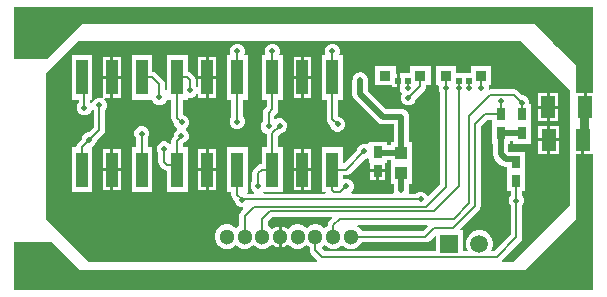
<source format=gtl>
G04*
G04 #@! TF.GenerationSoftware,Altium Limited,Altium Designer,23.10.1 (27)*
G04*
G04 Layer_Physical_Order=1*
G04 Layer_Color=255*
%FSLAX25Y25*%
%MOIN*%
G70*
G04*
G04 #@! TF.SameCoordinates,D0F96BE9-EE4C-402D-8CE8-E6F0CD5897FE*
G04*
G04*
G04 #@! TF.FilePolarity,Positive*
G04*
G01*
G75*
%ADD15R,0.03937X0.11811*%
%ADD16R,0.04724X0.07284*%
%ADD17R,0.03740X0.03543*%
%ADD18R,0.01968X0.02362*%
%ADD19R,0.03937X0.04331*%
%ADD20R,0.05118X0.07284*%
%ADD21R,0.03000X0.04000*%
%ADD33C,0.00800*%
%ADD34C,0.03000*%
%ADD35C,0.02000*%
%ADD36C,0.05118*%
%ADD37R,0.05906X0.05906*%
%ADD38C,0.05906*%
%ADD39C,0.13780*%
%ADD40C,0.02000*%
G36*
X194780Y67542D02*
X192702D01*
Y62900D01*
X191702D01*
Y67542D01*
X189200D01*
Y76900D01*
X175600Y90500D01*
X24400D01*
X12800Y78900D01*
X2020D01*
Y96280D01*
X194780Y96280D01*
Y67542D01*
D02*
G37*
G36*
X187100Y68800D02*
Y30300D01*
X168200Y11400D01*
X164647D01*
X164440Y11900D01*
X170670Y18130D01*
X171090Y18759D01*
X171237Y19500D01*
Y30202D01*
X171419Y30384D01*
X171800Y31303D01*
Y32297D01*
X171419Y33216D01*
X171237Y33398D01*
Y34902D01*
X172300D01*
Y41098D01*
Y48098D01*
X169046D01*
X168800Y48147D01*
X166757D01*
X166649Y48256D01*
Y50802D01*
X167100D01*
Y51752D01*
X168100D01*
Y50800D01*
X174100D01*
Y56997D01*
Y63997D01*
X173600D01*
Y64897D01*
X173219Y65816D01*
X172516Y66519D01*
X171597Y66900D01*
X171340D01*
X169970Y68270D01*
X169341Y68690D01*
X168600Y68837D01*
X160600D01*
X160464Y68810D01*
X160077Y69127D01*
Y69720D01*
X160054Y69777D01*
X160331Y70193D01*
X160947D01*
Y76736D01*
X154207D01*
Y74447D01*
X149293D01*
Y76736D01*
X142553D01*
Y70193D01*
X143188D01*
X143466Y69777D01*
X143423Y69674D01*
Y68680D01*
X143804Y67761D01*
X143986Y67579D01*
Y37225D01*
X140089Y33328D01*
X139598Y33426D01*
X139519Y33616D01*
X138816Y34319D01*
X137897Y34700D01*
X136903D01*
X135984Y34319D01*
X135802Y34137D01*
X133764D01*
X133681Y34196D01*
X133397Y34637D01*
X133404Y34671D01*
X133500Y34903D01*
Y35154D01*
X133549Y35400D01*
Y37335D01*
X134468D01*
Y44028D01*
Y51358D01*
X133549D01*
Y59800D01*
X133500Y60046D01*
Y60297D01*
X133404Y60529D01*
X133355Y60776D01*
X133215Y60984D01*
X133119Y61216D01*
X132942Y61394D01*
X132802Y61602D01*
X132594Y61742D01*
X132416Y61919D01*
X132184Y62015D01*
X131975Y62155D01*
X131729Y62204D01*
X131497Y62300D01*
X131246D01*
X131000Y62349D01*
X125756D01*
X119749Y68356D01*
Y72000D01*
X119700Y72246D01*
Y72497D01*
X119604Y72729D01*
X119555Y72975D01*
X119415Y73184D01*
X119319Y73416D01*
X119142Y73594D01*
X119002Y73802D01*
X118794Y73942D01*
X118616Y74119D01*
X118384Y74216D01*
X118175Y74355D01*
X117929Y74404D01*
X117697Y74500D01*
X117446D01*
X117200Y74549D01*
X116954Y74500D01*
X116703D01*
X116471Y74404D01*
X116225Y74355D01*
X116016Y74216D01*
X115784Y74119D01*
X115606Y73942D01*
X115398Y73802D01*
X115258Y73594D01*
X115081Y73416D01*
X114985Y73184D01*
X114845Y72975D01*
X114796Y72729D01*
X114700Y72497D01*
Y72246D01*
X114651Y72000D01*
Y67300D01*
X114845Y66325D01*
X115398Y65498D01*
X122898Y57998D01*
X123724Y57445D01*
X124700Y57251D01*
X128451D01*
Y51358D01*
X127532D01*
Y50345D01*
X126100D01*
Y51398D01*
X120100D01*
Y50926D01*
X119600Y50592D01*
X119097Y50800D01*
X118103D01*
X117184Y50419D01*
X116481Y49716D01*
X116100Y48797D01*
Y48540D01*
X111969Y44408D01*
X111469Y44615D01*
Y49551D01*
X104532D01*
Y34740D01*
X105652D01*
X105710Y34637D01*
X105417Y34137D01*
X85128D01*
X84905Y34637D01*
X84998Y34740D01*
X91469D01*
Y49551D01*
X89937D01*
Y53398D01*
X90740Y54200D01*
X90997D01*
X91916Y54581D01*
X92619Y55284D01*
X93000Y56203D01*
Y57197D01*
X92619Y58116D01*
X91916Y58819D01*
X90997Y59200D01*
X90003D01*
X89137Y58842D01*
X88637Y59026D01*
Y60098D01*
X89370Y60830D01*
X89790Y61459D01*
X89937Y62200D01*
Y65448D01*
X91469D01*
Y80260D01*
X90601D01*
X90323Y80675D01*
X90500Y81103D01*
Y82097D01*
X90119Y83016D01*
X89416Y83719D01*
X88497Y84100D01*
X87503D01*
X86584Y83719D01*
X85881Y83016D01*
X85500Y82097D01*
Y81103D01*
X85677Y80675D01*
X85399Y80260D01*
X84531D01*
Y65448D01*
X86063D01*
Y63002D01*
X85330Y62270D01*
X84910Y61641D01*
X84763Y60900D01*
Y58098D01*
X84581Y57916D01*
X84200Y56997D01*
Y56003D01*
X84581Y55084D01*
X85284Y54381D01*
X86063Y54058D01*
Y49551D01*
X84531D01*
Y44083D01*
X84446D01*
X83705Y43936D01*
X83076Y43516D01*
X81830Y42270D01*
X81410Y41641D01*
X81263Y40900D01*
Y38398D01*
X81081Y38216D01*
X80700Y37297D01*
Y36303D01*
X81081Y35384D01*
X81784Y34681D01*
X81889Y34637D01*
X81789Y34137D01*
X79610D01*
X79507Y34240D01*
X79714Y34740D01*
X79719D01*
Y49551D01*
X72781D01*
Y34740D01*
X74313D01*
Y33750D01*
X74460Y33009D01*
X74880Y32380D01*
X75500Y31760D01*
Y31503D01*
X75881Y30584D01*
X76584Y29881D01*
X77503Y29500D01*
X78153D01*
X78360Y29000D01*
X77367Y28006D01*
X76947Y27378D01*
X76799Y26637D01*
Y23369D01*
X76244Y23048D01*
X75783Y22587D01*
X75323Y23048D01*
X74397Y23582D01*
X73365Y23859D01*
X72296D01*
X71264Y23582D01*
X70338Y23048D01*
X69582Y22292D01*
X69048Y21367D01*
X68771Y20334D01*
Y19266D01*
X69048Y18233D01*
X69582Y17308D01*
X70338Y16552D01*
X71264Y16018D01*
X72296Y15741D01*
X73365D01*
X74397Y16018D01*
X75323Y16552D01*
X75783Y17013D01*
X76244Y16552D01*
X77170Y16018D01*
X78202Y15741D01*
X79271D01*
X80303Y16018D01*
X81229Y16552D01*
X81689Y17012D01*
X82149Y16552D01*
X83075Y16018D01*
X84107Y15741D01*
X85176D01*
X86208Y16018D01*
X87134Y16552D01*
X87889Y17308D01*
X87993Y17321D01*
X88362Y16952D01*
X89174Y16484D01*
X90048Y16249D01*
Y19800D01*
Y23351D01*
X89174Y23117D01*
X88362Y22648D01*
X87993Y22279D01*
X87889Y22292D01*
X87134Y23048D01*
X86578Y23369D01*
Y24939D01*
X88073Y26433D01*
X107840D01*
X108032Y25971D01*
X106989Y24929D01*
X106569Y24300D01*
X106422Y23559D01*
Y23424D01*
X105771Y23048D01*
X105311Y22588D01*
X104851Y23048D01*
X103925Y23582D01*
X102893Y23859D01*
X101824D01*
X100792Y23582D01*
X99866Y23048D01*
X99405Y22587D01*
X98945Y23048D01*
X98019Y23582D01*
X96987Y23859D01*
X95918D01*
X94886Y23582D01*
X93960Y23048D01*
X93204Y22292D01*
X93102Y22279D01*
X92733Y22648D01*
X91921Y23117D01*
X91048Y23351D01*
Y19800D01*
Y16249D01*
X91921Y16484D01*
X92733Y16952D01*
X93102Y17321D01*
X93204Y17308D01*
X93960Y16552D01*
X94886Y16018D01*
X95918Y15741D01*
X96987D01*
X98019Y16018D01*
X98945Y16552D01*
X99405Y17013D01*
X99866Y16552D01*
X100421Y16231D01*
Y15242D01*
X100569Y14500D01*
X100989Y13872D01*
X102960Y11900D01*
X102753Y11400D01*
X26500Y11400D01*
X12400Y25500D01*
Y74100D01*
X23300Y85000D01*
X170900D01*
X187100Y68800D01*
D02*
G37*
G36*
X120100Y45674D02*
Y44398D01*
X120600D01*
Y42300D01*
X123100D01*
Y41800D01*
D01*
Y42300D01*
X125600D01*
Y44398D01*
X126100D01*
Y45247D01*
X127532D01*
Y44028D01*
Y37335D01*
X128451D01*
Y35400D01*
X128500Y35154D01*
Y34903D01*
X128596Y34671D01*
X128603Y34637D01*
X128319Y34196D01*
X128236Y34137D01*
X114380D01*
X114173Y34637D01*
X114719Y35184D01*
X115100Y36103D01*
Y37097D01*
X114719Y38016D01*
X114016Y38719D01*
X113097Y39100D01*
X112103D01*
X111884Y39009D01*
X111469Y39287D01*
Y40209D01*
X112446D01*
X113187Y40356D01*
X113816Y40776D01*
X118840Y45800D01*
X119097D01*
X119600Y46008D01*
X120100Y45674D01*
D02*
G37*
G36*
X139779Y23301D02*
X138215Y21737D01*
X117738D01*
X117418Y22292D01*
X116662Y23048D01*
X116290Y23263D01*
X116424Y23763D01*
X139587D01*
X139779Y23301D01*
D02*
G37*
G36*
X142547Y19937D02*
Y14937D01*
X105402D01*
X104542Y15798D01*
X104611Y16413D01*
X104851Y16552D01*
X105311Y17012D01*
X105771Y16552D01*
X106697Y16018D01*
X107729Y15741D01*
X108798D01*
X109830Y16018D01*
X110756Y16552D01*
X111216Y17013D01*
X111677Y16552D01*
X112603Y16018D01*
X113635Y15741D01*
X114704D01*
X115736Y16018D01*
X116662Y16552D01*
X117418Y17308D01*
X117738Y17863D01*
X139017D01*
X139759Y18010D01*
X140387Y18430D01*
X142085Y20128D01*
X142547Y19937D01*
D02*
G37*
G36*
X161100Y56998D02*
Y50802D01*
X161551D01*
Y47200D01*
X161745Y46224D01*
X162298Y45398D01*
X163899Y43796D01*
X164726Y43244D01*
X165702Y43049D01*
X166300D01*
Y41098D01*
Y34902D01*
X167363D01*
Y33398D01*
X167181Y33216D01*
X166800Y32297D01*
Y31303D01*
X167181Y30384D01*
X167363Y30202D01*
Y20302D01*
X161998Y14937D01*
X161220D01*
X160970Y15370D01*
X161149Y15681D01*
X161453Y16814D01*
Y17986D01*
X161149Y19119D01*
X160563Y20134D01*
X159734Y20963D01*
X158719Y21549D01*
X157586Y21853D01*
X156414D01*
X155281Y21549D01*
X154266Y20963D01*
X153437Y20134D01*
X152851Y19119D01*
X152547Y17986D01*
Y16814D01*
X152851Y15681D01*
X153030Y15370D01*
X152780Y14937D01*
X151453D01*
Y21853D01*
X150846D01*
X150654Y22315D01*
X156870Y28530D01*
X157290Y29159D01*
X157437Y29900D01*
Y56498D01*
X159501Y58561D01*
X161100D01*
Y56998D01*
D02*
G37*
G36*
X192009Y47358D02*
X194780D01*
Y3200D01*
X194858Y2810D01*
X194880Y2776D01*
Y2020D01*
X2020D01*
Y18000D01*
X14500D01*
X23800Y8700D01*
X172100D01*
X189200Y25800D01*
Y47358D01*
X191009D01*
Y52000D01*
X192009D01*
Y47358D01*
D02*
G37*
%LPC*%
G36*
X100969Y79760D02*
X98500D01*
Y73354D01*
X100969D01*
Y79760D01*
D02*
G37*
G36*
X97500D02*
X95031D01*
Y73354D01*
X97500D01*
Y79760D01*
D02*
G37*
G36*
X69218D02*
X66750D01*
Y73354D01*
X69218D01*
Y79760D01*
D02*
G37*
G36*
X65750D02*
X63282D01*
Y73354D01*
X65750D01*
Y79760D01*
D02*
G37*
G36*
X37468D02*
X35000D01*
Y73354D01*
X37468D01*
Y79760D01*
D02*
G37*
G36*
X34000D02*
X31532D01*
Y73354D01*
X34000D01*
Y79760D01*
D02*
G37*
G36*
X129043Y76736D02*
X122303D01*
Y70193D01*
X127882D01*
Y69584D01*
X129366D01*
Y71766D01*
Y73947D01*
X129043D01*
Y76736D01*
D02*
G37*
G36*
X59719Y80260D02*
X52781D01*
Y68507D01*
X52281Y68243D01*
X52237Y68274D01*
Y70500D01*
X52090Y71241D01*
X51670Y71870D01*
X49316Y74224D01*
X48687Y74644D01*
X47969Y74787D01*
Y80260D01*
X41032D01*
Y65448D01*
X47905D01*
X48181Y64784D01*
X48884Y64081D01*
X49803Y63700D01*
X50797D01*
X51716Y64081D01*
X52419Y64784D01*
X52520Y65026D01*
X52781Y65448D01*
Y65448D01*
X52781Y65448D01*
X54313D01*
Y59350D01*
X54460Y58609D01*
X54880Y57980D01*
X55200Y57660D01*
Y57403D01*
X55581Y56484D01*
X56127Y55937D01*
X56173Y55521D01*
X56088Y55323D01*
X55481Y54716D01*
X55100Y53797D01*
Y53215D01*
X54880Y52995D01*
X54460Y52367D01*
X54313Y51625D01*
Y50830D01*
X53813Y50623D01*
X53316Y51119D01*
X52397Y51500D01*
X51403D01*
X50484Y51119D01*
X49781Y50416D01*
X49400Y49497D01*
Y48503D01*
X49781Y47584D01*
X49963Y47402D01*
Y44600D01*
X50110Y43859D01*
X50530Y43230D01*
X51430Y42330D01*
X52059Y41910D01*
X52781Y41767D01*
Y34740D01*
X59719D01*
Y49551D01*
X58187D01*
Y50823D01*
X58212Y50847D01*
X59016Y51181D01*
X59719Y51884D01*
X60100Y52803D01*
Y53797D01*
X59719Y54716D01*
X59173Y55263D01*
X59127Y55679D01*
X59212Y55877D01*
X59819Y56484D01*
X60200Y57403D01*
Y58397D01*
X59819Y59316D01*
X59116Y60019D01*
X58197Y60400D01*
X58187D01*
Y65448D01*
X59719D01*
Y65894D01*
X59953Y66051D01*
X60948D01*
X61867Y66431D01*
X62570Y67135D01*
X62782Y67645D01*
X63282Y67545D01*
Y65948D01*
X65750D01*
Y72354D01*
X63282D01*
Y69556D01*
X62782Y69457D01*
X62570Y69967D01*
X62388Y70149D01*
Y72049D01*
X62240Y72790D01*
X61821Y73419D01*
X61016Y74224D01*
X60387Y74644D01*
X59719Y74777D01*
Y80260D01*
D02*
G37*
G36*
X100969Y72354D02*
X98500D01*
Y65948D01*
X100969D01*
Y72354D01*
D02*
G37*
G36*
X97500D02*
X95031D01*
Y65948D01*
X97500D01*
Y72354D01*
D02*
G37*
G36*
X69218D02*
X66750D01*
Y65948D01*
X69218D01*
Y72354D01*
D02*
G37*
G36*
X37468D02*
X35000D01*
Y65948D01*
X37468D01*
Y72354D01*
D02*
G37*
G36*
X140697Y76736D02*
X133957D01*
Y74447D01*
X130650D01*
Y73947D01*
X130366D01*
Y71766D01*
Y69584D01*
X130634D01*
Y68737D01*
X131015Y67818D01*
X131298Y67534D01*
X131181Y67416D01*
X130800Y66497D01*
Y65503D01*
X131181Y64584D01*
X131884Y63881D01*
X132803Y63500D01*
X133797D01*
X134716Y63881D01*
X135419Y64584D01*
X135800Y65503D01*
Y65760D01*
X138697Y68657D01*
X139117Y69286D01*
X139264Y70027D01*
Y70193D01*
X140697D01*
Y76736D01*
D02*
G37*
G36*
X183360Y67542D02*
X180498D01*
Y63400D01*
X183360D01*
Y67542D01*
D02*
G37*
G36*
X179498D02*
X176635D01*
Y63400D01*
X179498D01*
Y67542D01*
D02*
G37*
G36*
X183360Y62400D02*
X180498D01*
Y58258D01*
X183360D01*
Y62400D01*
D02*
G37*
G36*
X179498D02*
X176635D01*
Y58258D01*
X179498D01*
Y62400D01*
D02*
G37*
G36*
X76747Y84100D02*
X75753D01*
X74834Y83719D01*
X74131Y83016D01*
X73750Y82097D01*
Y81103D01*
X73927Y80675D01*
X73649Y80260D01*
X72781D01*
Y65448D01*
X74313D01*
Y59748D01*
X74131Y59566D01*
X73750Y58647D01*
Y57653D01*
X74131Y56734D01*
X74834Y56031D01*
X75753Y55650D01*
X76747D01*
X77666Y56031D01*
X78369Y56734D01*
X78750Y57653D01*
Y58647D01*
X78369Y59566D01*
X78187Y59748D01*
Y65448D01*
X79719D01*
Y80260D01*
X78851D01*
X78573Y80675D01*
X78750Y81103D01*
Y82097D01*
X78369Y83016D01*
X77666Y83719D01*
X76747Y84100D01*
D02*
G37*
G36*
X108497D02*
X107503D01*
X106584Y83719D01*
X105881Y83016D01*
X105500Y82097D01*
Y81103D01*
X105677Y80675D01*
X105399Y80260D01*
X104532D01*
Y65448D01*
X106063D01*
Y59000D01*
X106210Y58259D01*
X106630Y57630D01*
X107200Y57060D01*
Y56803D01*
X107581Y55884D01*
X108284Y55181D01*
X109203Y54800D01*
X110197D01*
X111116Y55181D01*
X111819Y55884D01*
X112200Y56803D01*
Y57797D01*
X111819Y58716D01*
X111116Y59419D01*
X110197Y59800D01*
X109940D01*
X109937Y59802D01*
Y65448D01*
X111469D01*
Y80260D01*
X110601D01*
X110323Y80675D01*
X110500Y81103D01*
Y82097D01*
X110119Y83016D01*
X109416Y83719D01*
X108497Y84100D01*
D02*
G37*
G36*
X183650Y56642D02*
X180591D01*
Y52500D01*
X183650D01*
Y56642D01*
D02*
G37*
G36*
X179591D02*
X176532D01*
Y52500D01*
X179591D01*
Y56642D01*
D02*
G37*
G36*
X183650Y51500D02*
X180591D01*
Y47358D01*
X183650D01*
Y51500D01*
D02*
G37*
G36*
X179591D02*
X176532D01*
Y47358D01*
X179591D01*
Y51500D01*
D02*
G37*
G36*
X100969Y49051D02*
X98500D01*
Y42646D01*
X100969D01*
Y49051D01*
D02*
G37*
G36*
X97500D02*
X95031D01*
Y42646D01*
X97500D01*
Y49051D01*
D02*
G37*
G36*
X69218D02*
X66750D01*
Y42646D01*
X69218D01*
Y49051D01*
D02*
G37*
G36*
X65750D02*
X63282D01*
Y42646D01*
X65750D01*
Y49051D01*
D02*
G37*
G36*
X37468D02*
X35000D01*
Y42646D01*
X37468D01*
Y49051D01*
D02*
G37*
G36*
X34000D02*
X31532D01*
Y42646D01*
X34000D01*
Y49051D01*
D02*
G37*
G36*
X100969Y41646D02*
X98500D01*
Y35241D01*
X100969D01*
Y41646D01*
D02*
G37*
G36*
X97500D02*
X95031D01*
Y35241D01*
X97500D01*
Y41646D01*
D02*
G37*
G36*
X69218D02*
X66750D01*
Y35241D01*
X69218D01*
Y41646D01*
D02*
G37*
G36*
X65750D02*
X63282D01*
Y35241D01*
X65750D01*
Y41646D01*
D02*
G37*
G36*
X37468D02*
X35000D01*
Y35241D01*
X37468D01*
Y41646D01*
D02*
G37*
G36*
X34000D02*
X31532D01*
Y35241D01*
X34000D01*
Y41646D01*
D02*
G37*
G36*
X44997Y56600D02*
X44003D01*
X43084Y56219D01*
X42381Y55516D01*
X42000Y54597D01*
Y53603D01*
X42381Y52684D01*
X42563Y52502D01*
Y49551D01*
X41032D01*
Y34740D01*
X47969D01*
Y49551D01*
X46437D01*
Y52502D01*
X46619Y52684D01*
X47000Y53603D01*
Y54597D01*
X46619Y55516D01*
X45916Y56219D01*
X44997Y56600D01*
D02*
G37*
G36*
X27968Y80260D02*
X21032D01*
Y65448D01*
X23363D01*
Y64398D01*
X23181Y64216D01*
X22800Y63297D01*
Y62303D01*
X23181Y61384D01*
X23884Y60681D01*
X24803Y60300D01*
X25797D01*
X26716Y60681D01*
X27419Y61384D01*
X27567Y61741D01*
X28136Y61948D01*
X28363Y61850D01*
Y56202D01*
X26760Y54600D01*
X26403D01*
X25484Y54219D01*
X24781Y53516D01*
X24400Y52597D01*
Y52240D01*
X23130Y50970D01*
X22710Y50341D01*
X22563Y49600D01*
Y49551D01*
X21032D01*
Y34740D01*
X27968D01*
Y49551D01*
X28228Y49944D01*
X28316Y49981D01*
X29019Y50684D01*
X29400Y51603D01*
Y51760D01*
X31670Y54030D01*
X32090Y54659D01*
X32237Y55400D01*
Y61902D01*
X32419Y62084D01*
X32800Y63003D01*
Y63997D01*
X32419Y64916D01*
X31887Y65448D01*
X32094Y65948D01*
X34000D01*
Y72354D01*
X31532D01*
Y66237D01*
X31054Y65894D01*
X30797Y66000D01*
X29803D01*
X28884Y65619D01*
X28181Y64916D01*
X28033Y64559D01*
X27464Y64353D01*
X27237Y64450D01*
Y65448D01*
X27968D01*
Y80260D01*
D02*
G37*
G36*
X125600Y41300D02*
X123600D01*
Y38800D01*
X125600D01*
Y41300D01*
D02*
G37*
G36*
X122600D02*
X120600D01*
Y38800D01*
X122600D01*
Y41300D01*
D02*
G37*
%LPD*%
D15*
X44500Y72854D02*
D03*
X34500D02*
D03*
X24500D02*
D03*
Y42146D02*
D03*
X34500D02*
D03*
X44500D02*
D03*
X108000Y72854D02*
D03*
X98000D02*
D03*
X88000D02*
D03*
Y42146D02*
D03*
X98000D02*
D03*
X108000D02*
D03*
X76250Y72854D02*
D03*
X66250D02*
D03*
X56250D02*
D03*
Y42146D02*
D03*
X66250D02*
D03*
X76250D02*
D03*
D16*
X192202Y62900D02*
D03*
X179998D02*
D03*
D17*
X125673Y73465D02*
D03*
X137327D02*
D03*
X157577D02*
D03*
X145923D02*
D03*
D18*
X129866Y71766D02*
D03*
X133134D02*
D03*
X153384D02*
D03*
X150116D02*
D03*
D19*
X131000Y47693D02*
D03*
Y41000D02*
D03*
D20*
X191509Y52000D02*
D03*
X180091D02*
D03*
D21*
X123100Y41800D02*
D03*
Y47898D02*
D03*
X164100Y60498D02*
D03*
Y54302D02*
D03*
X171100Y60497D02*
D03*
Y54300D02*
D03*
X169300Y38402D02*
D03*
Y44598D02*
D03*
D33*
X155500Y29900D02*
Y57300D01*
X148300Y22700D02*
X155500Y29900D01*
X139017Y19800D02*
X141917Y22700D01*
X148300D01*
X114170Y19800D02*
X139017D01*
X110500Y25700D02*
X148400D01*
X153600Y30900D02*
Y59900D01*
X148400Y25700D02*
X153600Y30900D01*
X104600Y13000D02*
X162800D01*
X169300Y19500D01*
Y31800D01*
X77800Y32200D02*
X137400D01*
X76250Y33750D02*
X77800Y32200D01*
X78737Y26637D02*
X81800Y29700D01*
X78737Y19800D02*
Y26637D01*
X81800Y29700D02*
X139200D01*
X145923Y36423D01*
X87271Y28370D02*
X141971D01*
X84641Y25741D02*
X87271Y28370D01*
X141971D02*
X150116Y36516D01*
X145923Y36423D02*
Y69177D01*
X150116Y36516D02*
Y69216D01*
X102358Y15242D02*
Y19800D01*
Y15242D02*
X104600Y13000D01*
X108359Y23559D02*
X110500Y25700D01*
X169300Y31800D02*
Y38402D01*
X84641Y19800D02*
Y25741D01*
X108359Y19896D02*
Y23559D01*
X108263Y19800D02*
X108359Y19896D01*
X153600Y59900D02*
X160600Y66900D01*
X155500Y57300D02*
X158698Y60498D01*
X164100D02*
Y65000D01*
X160600Y66900D02*
X168600D01*
X171100Y64400D01*
X158698Y60498D02*
X164100D01*
X110600Y34600D02*
X112600Y36600D01*
X108000Y35200D02*
X108600Y34600D01*
X110600D01*
X108000Y35200D02*
Y42146D01*
X76250Y72854D02*
Y81600D01*
X88000Y72854D02*
Y81600D01*
X108000Y72854D02*
Y81600D01*
X171100Y60497D02*
Y64400D01*
X145923Y69177D02*
Y73465D01*
X150116Y69216D02*
Y71766D01*
X157577Y69223D02*
X157600Y69200D01*
X157577Y69223D02*
Y73465D01*
X153492Y69508D02*
X153600Y69400D01*
X153384Y71766D02*
X153492Y71658D01*
Y69508D02*
Y71658D01*
X133300Y66000D02*
X137327Y70027D01*
Y73465D01*
X133134Y69234D02*
Y71766D01*
X83200Y36800D02*
Y40900D01*
X84446Y42146D01*
X88000D01*
X76250Y33750D02*
Y42146D01*
X54696Y43700D02*
X56250Y42146D01*
X52800Y43700D02*
X54696D01*
X51900Y44600D02*
X52800Y43700D01*
X51900Y44600D02*
Y49000D01*
X60451Y68551D02*
Y72049D01*
X59646Y72854D02*
X60451Y72049D01*
X56250Y72854D02*
X59646D01*
X50300Y66200D02*
Y70500D01*
X47946Y72854D02*
X50300Y70500D01*
X44500Y72854D02*
X47946D01*
X25300Y62800D02*
Y72054D01*
X24500Y72854D02*
X25300Y72054D01*
X24500Y49600D02*
X30300Y55400D01*
Y63500D01*
X24500Y42146D02*
Y49600D01*
X44500Y54100D02*
X44600Y54200D01*
X44500Y42146D02*
Y54100D01*
X56250Y51625D02*
X57600Y52975D01*
X56250Y42146D02*
Y51625D01*
X57600Y52975D02*
Y53300D01*
X56250Y59350D02*
X57700Y57900D01*
X56250Y59350D02*
Y72854D01*
X76000Y57900D02*
X76250Y58150D01*
Y72854D01*
X86700Y56500D02*
Y60900D01*
X88000Y62200D02*
Y72854D01*
X86700Y60900D02*
X88000Y62200D01*
Y54200D02*
X90500Y56700D01*
X88000Y42146D02*
Y54200D01*
X108000Y59000D02*
X109700Y57300D01*
X108000Y59000D02*
Y72854D01*
Y42146D02*
X112446D01*
X118600Y48300D01*
D34*
X191509Y52000D02*
X191856Y52347D01*
Y62553D02*
X192202Y62900D01*
X191856Y52347D02*
Y62553D01*
D35*
X164100Y47200D02*
X165702Y45598D01*
X168800D01*
X169300Y44598D02*
Y45098D01*
X168800Y45598D02*
X169300Y45098D01*
X164100Y47200D02*
Y54302D01*
X117200Y67300D02*
Y72000D01*
Y67300D02*
X124700Y59800D01*
X131000D01*
Y47693D02*
Y59800D01*
Y35400D02*
Y41000D01*
X130897Y47796D02*
X131000Y47693D01*
X123100Y47898D02*
X123203Y47796D01*
X130897D01*
X167600Y54301D02*
X171099D01*
X164101D02*
X167600D01*
X164100Y54302D02*
X164101Y54301D01*
X171099D02*
X171100Y54300D01*
D36*
X114170Y19800D02*
D03*
X108264D02*
D03*
X102358D02*
D03*
X96452D02*
D03*
X90548D02*
D03*
X84641D02*
D03*
X78737D02*
D03*
X72830D02*
D03*
D37*
X147000Y17400D02*
D03*
D38*
X157000D02*
D03*
D39*
X187008Y88583D02*
D03*
X9843Y9843D02*
D03*
Y88583D02*
D03*
X187008Y9843D02*
D03*
D40*
X182000Y72000D02*
D03*
X179500Y37000D02*
D03*
X182000Y32000D02*
D03*
X179500Y27000D02*
D03*
X174500Y37000D02*
D03*
X177000Y32000D02*
D03*
X174500Y27000D02*
D03*
X177000Y22000D02*
D03*
X172000Y72000D02*
D03*
X167000D02*
D03*
X164500Y27000D02*
D03*
X159500D02*
D03*
X162000Y22000D02*
D03*
X139500Y67000D02*
D03*
X137000Y62000D02*
D03*
X129500Y67000D02*
D03*
X124500D02*
D03*
X119500Y37000D02*
D03*
X117000Y82000D02*
D03*
X114500Y77000D02*
D03*
X112000Y82000D02*
D03*
X102000D02*
D03*
X97000D02*
D03*
X92000D02*
D03*
X82000D02*
D03*
X74500Y27000D02*
D03*
X72000Y82000D02*
D03*
X69500Y57000D02*
D03*
X72000Y32000D02*
D03*
X69500Y27000D02*
D03*
X67000Y82000D02*
D03*
X64500Y57000D02*
D03*
X67000Y32000D02*
D03*
X64500Y27000D02*
D03*
X67000Y22000D02*
D03*
X64500Y17000D02*
D03*
X62000Y82000D02*
D03*
Y32000D02*
D03*
X59500Y27000D02*
D03*
X62000Y22000D02*
D03*
X59500Y17000D02*
D03*
X57000Y82000D02*
D03*
Y32000D02*
D03*
X54500Y27000D02*
D03*
X57000Y22000D02*
D03*
X54500Y17000D02*
D03*
X52000Y82000D02*
D03*
Y32000D02*
D03*
X49500Y27000D02*
D03*
X52000Y22000D02*
D03*
X49500Y17000D02*
D03*
X47000Y82000D02*
D03*
Y32000D02*
D03*
X44500Y27000D02*
D03*
X47000Y22000D02*
D03*
X44500Y17000D02*
D03*
X42000Y82000D02*
D03*
X39500Y67000D02*
D03*
Y57000D02*
D03*
Y47000D02*
D03*
X42000Y32000D02*
D03*
X39500Y27000D02*
D03*
X42000Y22000D02*
D03*
X39500Y17000D02*
D03*
X37000Y82000D02*
D03*
X34500Y57000D02*
D03*
X37000Y52000D02*
D03*
Y32000D02*
D03*
X34500Y27000D02*
D03*
X37000Y22000D02*
D03*
X34500Y17000D02*
D03*
X32000Y82000D02*
D03*
X29500Y67000D02*
D03*
X32000Y52000D02*
D03*
X29500Y47000D02*
D03*
X32000Y32000D02*
D03*
X29500Y27000D02*
D03*
X32000Y22000D02*
D03*
X29500Y17000D02*
D03*
X27000Y82000D02*
D03*
X24500Y57000D02*
D03*
X27000Y32000D02*
D03*
X24500Y27000D02*
D03*
X27000Y22000D02*
D03*
X24500Y17000D02*
D03*
X19500Y67000D02*
D03*
Y57000D02*
D03*
X22000Y52000D02*
D03*
X19500Y47000D02*
D03*
X22000Y32000D02*
D03*
X19500Y27000D02*
D03*
X22000Y22000D02*
D03*
X17000Y32000D02*
D03*
X14500Y27000D02*
D03*
X117200Y72000D02*
D03*
X131000Y59800D02*
D03*
Y35400D02*
D03*
X137400Y32200D02*
D03*
X169300Y31800D02*
D03*
X112600Y36600D02*
D03*
X76250Y81600D02*
D03*
X88000D02*
D03*
X108000D02*
D03*
X167600Y54301D02*
D03*
X171100Y64400D02*
D03*
X164100Y65000D02*
D03*
X145923Y69177D02*
D03*
X150116Y69216D02*
D03*
X157577Y69223D02*
D03*
X153600Y69400D02*
D03*
X133300Y66000D02*
D03*
X133134Y69234D02*
D03*
X83200Y36800D02*
D03*
X78000Y32000D02*
D03*
X51900Y49000D02*
D03*
X26900Y52100D02*
D03*
X60451Y68551D02*
D03*
X50300Y66200D02*
D03*
X25300Y62800D02*
D03*
X30300Y63500D02*
D03*
X44500Y54100D02*
D03*
X57600Y53300D02*
D03*
X57700Y57900D02*
D03*
X76250Y58150D02*
D03*
X86700Y56500D02*
D03*
X90500Y56700D02*
D03*
X109700Y57300D02*
D03*
X118600Y48300D02*
D03*
M02*

</source>
